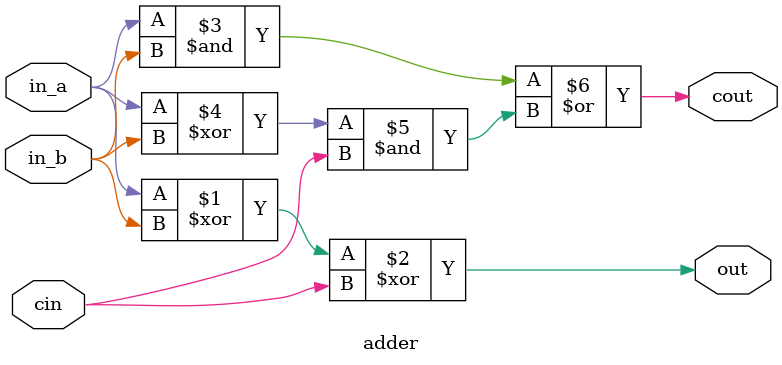
<source format=sv>
module adder (
    input  wire in_a,
    input  wire in_b,
    input  wire cin,
    output wire cout,
    output wire out
);
  assign out  = in_a ^ in_b ^ cin;
  assign cout = (in_a & in_b) | ((in_a ^ in_b) & cin);
endmodule

</source>
